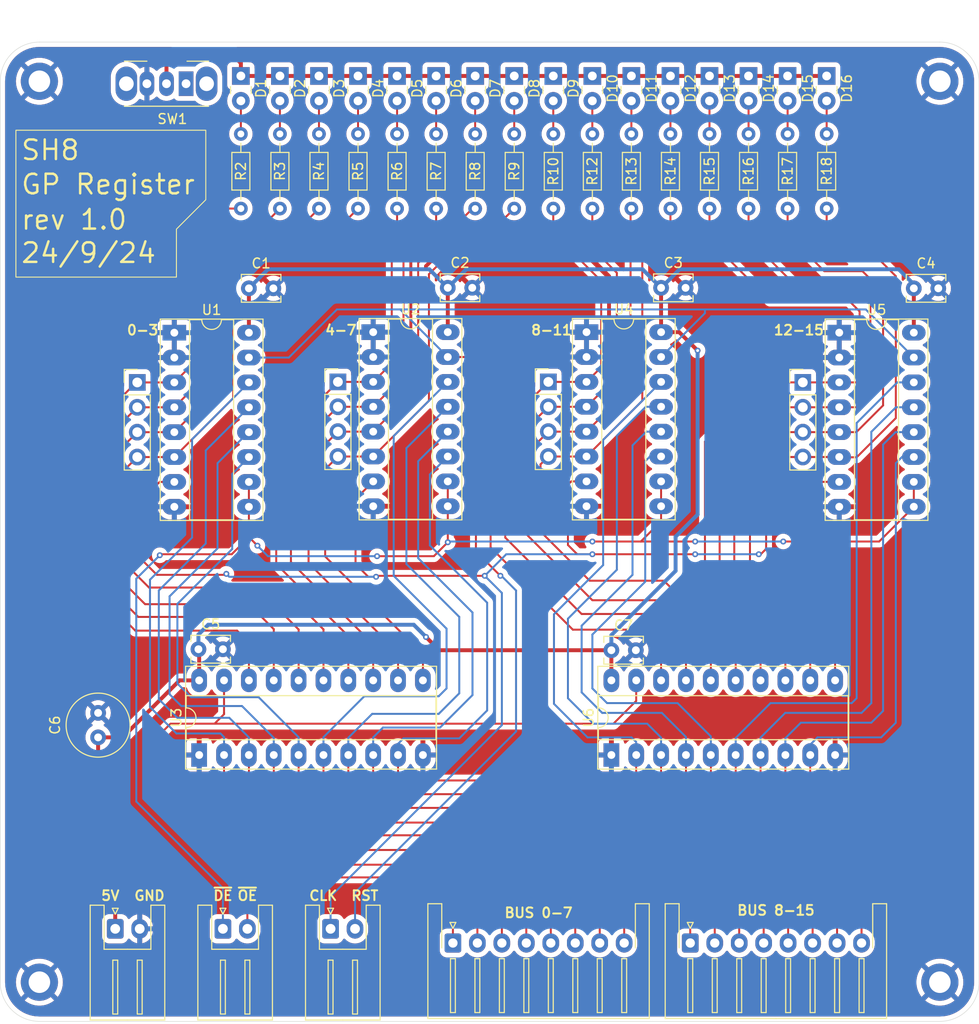
<source format=kicad_pcb>
(kicad_pcb (version 20240108) (generator "pcbnew") (generator_version "8.0")
  (layers (0 "F.Cu" signal) (31 "B.Cu" signal) (34 "B.Paste" user) (35 "F.Paste" user) (36 "B.SilkS" user "B.Silkscreen") (37 "F.SilkS" user "F.Silkscreen") (38 "B.Mask" user) (39 "F.Mask" user) (44 "Edge.Cuts" user))
  (net 0 "")
  (net 1 "+5V")
  (net 2 "GND")
  (net 3 "Net-(D1-A)")
  (net 4 "Net-(D2-A)")
  (net 5 "Net-(D3-A)")
  (net 6 "Net-(D4-A)")
  (net 7 "Net-(D5-A)")
  (net 8 "Net-(D6-A)")
  (net 9 "Net-(D7-A)")
  (net 10 "Net-(D8-A)")
  (net 11 "Net-(D9-A)")
  (net 12 "Net-(D10-A)")
  (net 13 "Net-(D11-A)")
  (net 14 "Net-(D12-A)")
  (net 15 "Net-(D13-A)")
  (net 16 "Net-(D14-A)")
  (net 17 "Net-(D15-A)")
  (net 18 "Net-(D16-A)")
  (net 19 "/OE_B")
  (net 20 "/DE_B")
  (net 21 "/CLK")
  (net 22 "/RST")
  (net 23 "/B5")
  (net 24 "/B0")
  (net 25 "/B6")
  (net 26 "/B7")
  (net 27 "/B2")
  (net 28 "/B1")
  (net 29 "/B3")
  (net 30 "/B4")
  (net 31 "/B12")
  (net 32 "/B11")
  (net 33 "/B15")
  (net 34 "/B8")
  (net 35 "/B14")
  (net 36 "/B9")
  (net 37 "/B13")
  (net 38 "/B10")
  (net 39 "/Y0")
  (net 40 "/Y1")
  (net 41 "/Y2")
  (net 42 "/Y3")
  (net 43 "/Y4")
  (net 44 "/Y5")
  (net 45 "/Y6")
  (net 46 "/Y7")
  (net 47 "/Y8")
  (net 48 "/Y9")
  (net 49 "/Y10")
  (net 50 "/Y11")
  (net 51 "/Y12")
  (net 52 "/Y13")
  (net 53 "/Y14")
  (net 54 "/Y15")
  (net 55 "Net-(D1-K)")
  (footprint "LED_THT:LED_Rectangular_W3.0mm_H2.0mm" (layer "F.Cu") (at 172.465 53.46 -90)
    (property "Reference" "D13")
    (property "Value" "LED" (hide yes))
  )
  (footprint "Resistor_THT:R_Axial_DIN0204_L3.6mm_D1.6mm_P7.62mm_Horizontal" (layer "F.Cu") (at 148.525 67 90)
    (property "Reference" "R8")
    (property "Value" "1k")
  )
  (footprint "Resistor_THT:R_Axial_DIN0204_L3.6mm_D1.6mm_P7.62mm_Horizontal" (layer "F.Cu") (at 140.545 67 90)
    (property "Reference" "R6")
    (property "Value" "1k")
  )
  (footprint "Capacitor_THT:C_Disc_D3.8mm_W2.6mm_P2.50mm" (layer "F.Cu") (at 193.34 75.145)
    (property "Reference" "C4")
    (property "Value" "10n")
  )
  (footprint "Connector_JST:JST_XH_S2B-XH-A_1x02_P2.50mm_Horizontal" (layer "F.Cu") (at 122.75 140.55)
    (property "Reference" "J2" (hide yes))
    (property "Value" "Conn_01x02_Pin" (hide yes))
  )
  (footprint "LED_THT:LED_Rectangular_W3.0mm_H2.0mm" (layer "F.Cu") (at 164.485 53.46 -90)
    (property "Reference" "D11")
    (property "Value" "LED" (hide yes))
  )
  (footprint "Capacitor_THT:C_Disc_D3.8mm_W2.6mm_P2.50mm" (layer "F.Cu") (at 125.405 75.145)
    (property "Reference" "C1")
    (property "Value" "10n")
  )
  (footprint "Resistor_THT:R_Axial_DIN0204_L3.6mm_D1.6mm_P7.62mm_Horizontal" (layer "F.Cu") (at 144.535 67 90)
    (property "Reference" "R7")
    (property "Value" "1k")
  )
  (footprint "Connector_PinHeader_2.54mm:PinHeader_1x04_P2.54mm_Vertical" (layer "F.Cu") (at 182 84.75)
    (property "Reference" "J9" (hide yes))
    (property "Value" "Conn_01x04_Pin" (hide yes))
  )
  (footprint "LED_THT:LED_Rectangular_W3.0mm_H2.0mm" (layer "F.Cu") (at 124.585 53.46 -90)
    (property "Reference" "D1")
    (property "Value" "LED" (hide yes))
  )
  (footprint "Connector_JST:JST_XH_S8B-XH-A-1_1x08_P2.50mm_Horizontal" (layer "F.Cu") (at 170.5 142)
    (property "Reference" "J5" (hide yes))
    (property "Value" "Conn_01x08_Pin" (hide yes))
  )
  (footprint "Package_DIP:DIP-20_W7.62mm_Socket_LongPads" (layer "F.Cu") (at 162.44 122.8 90)
    (property "Reference" "U6")
    (property "Value" "74LS245")
  )
  (footprint "Capacitor_THT:C_Disc_D3.8mm_W2.6mm_P2.50mm" (layer "F.Cu") (at 145.725 75.09)
    (property "Reference" "C2")
    (property "Value" "10n")
  )
  (footprint "LED_THT:LED_Rectangular_W3.0mm_H2.0mm" (layer "F.Cu") (at 156.505 53.46 -90)
    (property "Reference" "D9")
    (property "Value" "LED" (hide yes))
  )
  (footprint "Resistor_THT:R_Axial_DIN0204_L3.6mm_D1.6mm_P7.62mm_Horizontal" (layer "F.Cu") (at 136.555 67 90)
    (property "Reference" "R5")
    (property "Value" "1k")
  )
  (footprint "MountingHole:MountingHole_2.2mm_M2_DIN965_Pad" (layer "F.Cu") (at 196 146)
    (property "Reference" "H2" (hide yes))
    (property "Value" "MountingHole_Pad" (hide yes))
  )
  (footprint "LED_THT:LED_Rectangular_W3.0mm_H2.0mm" (layer "F.Cu") (at 132.565 53.46 -90)
    (property "Reference" "D3")
    (property "Value" "LED" (hide yes))
  )
  (footprint "Resistor_THT:R_Axial_DIN0204_L3.6mm_D1.6mm_P7.62mm_Horizontal" (layer "F.Cu") (at 176.455 67 90)
    (property "Reference" "R16")
    (property "Value" "1k")
  )
  (footprint "Resistor_THT:R_Axial_DIN0204_L3.6mm_D1.6mm_P7.62mm_Horizontal" (layer "F.Cu") (at 128.575 67 90)
    (property "Reference" "R3")
    (property "Value" "1k")
  )
  (footprint "LED_THT:LED_Rectangular_W3.0mm_H2.0mm" (layer "F.Cu") (at 180.445 53.46 -90)
    (property "Reference" "D15")
    (property "Value" "LED" (hide yes))
  )
  (footprint "Connector_JST:JST_XH_S2B-XH-A_1x02_P2.50mm_Horizontal" (layer "F.Cu") (at 111.75 140.55)
    (property "Reference" "J1" (hide yes))
    (property "Value" "Conn_01x02_Pin" (hide yes))
  )
  (footprint "Resistor_THT:R_Axial_DIN0204_L3.6mm_D1.6mm_P7.62mm_Horizontal" (layer "F.Cu") (at 160.495 67 90)
    (property "Reference" "R12")
    (property "Value" "1k")
  )
  (footprint "LED_THT:LED_Rectangular_W3.0mm_H2.0mm" (layer "F.Cu") (at 136.555 53.46 -90)
    (property "Reference" "D4")
    (property "Value" "LED" (hide yes))
  )
  (footprint "LED_THT:LED_Rectangular_W3.0mm_H2.0mm" (layer "F.Cu") (at 144.535 53.46 -90)
    (property "Reference" "D6")
    (property "Value" "LED" (hide yes))
  )
  (footprint "MountingHole:MountingHole_2.2mm_M2_DIN965_Pad" (layer "F.Cu") (at 104 54)
    (property "Reference" "H1" (hide yes))
    (property "Value" "MountingHole_Pad" (hide yes))
  )
  (footprint "Resistor_THT:R_Axial_DIN0204_L3.6mm_D1.6mm_P7.62mm_Horizontal" (layer "F.Cu") (at 156.505 67 90)
    (property "Reference" "R10")
    (property "Value" "1k")
  )
  (footprint "Connector_JST:JST_XH_S8B-XH-A-1_1x08_P2.50mm_Horizontal" (layer "F.Cu") (at 146.25 142)
    (property "Reference" "J4" (hide yes))
    (property "Value" "Conn_01x08_Pin" (hide yes))
  )
  (footprint "Package_DIP:DIP-16_W7.62mm_Socket_LongPads" (layer "F.Cu") (at 117.785 79.675)
    (property "Reference" "U1")
    (property "Value" "74LS173")
  )
  (footprint "Connector_PinHeader_2.54mm:PinHeader_1x04_P2.54mm_Vertical" (layer "F.Cu") (at 114 84.755)
    (property "Reference" "J6" (hide yes))
    (property "Value" "Conn_01x04_Pin" (hide yes))
  )
  (footprint "Resistor_THT:R_Axial_DIN0204_L3.6mm_D1.6mm_P7.62mm_Horizontal" (layer "F.Cu") (at 164.485 67 90)
    (property "Reference" "R13")
    (property "Value" "1k")
  )
  (footprint "Capacitor_THT:C_Radial_D6.3mm_H11.0mm_P2.50mm" (layer "F.Cu") (at 110 121 90)
    (property "Reference" "C6")
    (property "Value" "1uF")
  )
  (footprint "Package_DIP:DIP-16_W7.62mm_Socket_LongPads" (layer "F.Cu") (at 138.105 79.62)
    (property "Reference" "U2")
    (property "Value" "74LS173")
  )
  (footprint "LED_THT:LED_Rectangular_W3.0mm_H2.0mm" (layer "F.Cu") (at 148.525 53.46 -90)
    (property "Reference" "D7")
    (property "Value" "LED" (hide yes))
  )
  (footprint "LED_THT:LED_Rectangular_W3.0mm_H2.0mm" (layer "F.Cu") (at 184.435 53.46 -90)
    (property "Reference" "D16")
    (property "Value" "LED" (hide yes))
  )
  (footprint "Resistor_THT:R_Axial_DIN0204_L3.6mm_D1.6mm_P7.62mm_Horizontal" (layer "F.Cu") (at 172.465 67 90)
    (property "Reference" "R15")
    (property "Value" "1k")
  )
  (footprint "MountingHole:MountingHole_2.2mm_M2_DIN965_Pad" (layer "F.Cu") (at 196 54)
    (property "Reference" "H4" (hide yes))
    (property "Value" "MountingHole_Pad" (hide yes))
  )
  (footprint "Connector_PinHeader_2.54mm:PinHeader_1x04_P2.54mm_Vertical" (layer "F.Cu") (at 156 84.7)
    (property "Reference" "J8" (hide yes))
    (property "Value" "Conn_01x04_Pin" (hide yes))
  )
  (footprint "Package_DIP:DIP-16_W7.62mm_Socket_LongPads" (layer "F.Cu") (at 159.9 79.62)
    (property "Reference" "U4")
    (property "Value" "74LS173")
  )
  (footprint "LED_THT:LED_Rectangular_W3.0mm_H2.0mm" (layer "F.Cu") (at 152.515 53.46 -90)
    (property "Reference" "D8")
    (property "Value" "LED" (hide yes))
  )
  (footprint "Package_DIP:DIP-20_W7.62mm_Socket_LongPads" (layer "F.Cu") (at 120.325 122.8 90)
    (property "Reference" "U3")
    (property "Value" "74LS245")
  )
  (footprint "Capacitor_THT:C_Disc_D3.8mm_W2.6mm_P2.50mm" (layer "F.Cu") (at 167.52 75.095)
    (property "Reference" "C3")
    (property "Value" "10n")
  )
  (footprint "Resistor_THT:R_Axial_DIN0204_L3.6mm_D1.6mm_P7.62mm_Horizontal" (layer "F.Cu") (at 168.475 67 90)
    (property "Reference" "R14")
    (property "Value" "1k")
  )
  (footprint "Connector_JST:JST_XH_S2B-XH-A_1x02_P2.50mm_Horizontal" (layer "F.Cu") (at 133.75 140.55)
    (property "Reference" "J3" (hide yes))
    (property "Value" "Conn_01x02_Pin" (hide yes))
  )
  (footprint "LED_THT:LED_Rectangular_W3.0mm_H2.0mm" (layer "F.Cu") (at 176.455 53.46 -90)
    (property "Reference" "D14")
    (property "Value" "LED" (hide yes))
  )
  (footprint "LED_THT:LED_Rectangular_W3.0mm_H2.0mm" (layer "F.Cu") (at 128.575 53.46 -90)
    (property "Reference" "D2")
    (property "Value" "LED" (hide yes))
  )
  (footprint "Resistor_THT:R_Axial_DIN0204_L3.6mm_D1.6mm_P7.62mm_Horizontal" (layer "F.Cu") (at 184.435 66.995 90)
    (property "Reference" "R18")
    (property "Value" "1k")
  )
  (footprint "Capacitor_THT:C_Disc_D3.8mm_W2.6mm_P2.50mm" (layer "F.Cu") (at 120.25 112)
    (property "Reference" "C5")
    (property "Value" "10n")
  )
  (footprint "MountingHole:MountingHole_2.2mm_M2_DIN965_Pad" (layer "F.Cu") (at 104 146)
    (property "Reference" "H3" (hide yes))
    (property "Value" "MountingHole_Pad" (hide yes))
  )
  (footprint "LED_THT:LED_Rectangular_W3.0mm_H2.0mm" (layer "F.Cu") (at 140.545 53.46 -90)
    (property "Reference" "D5")
    (property "Value" "LED" (hide yes))
  )
  (footprint "LED_THT:LED_Rectangular_W3.0mm_H2.0mm" (layer "F.Cu") (at 160.495 53.46 -90)
    (property "Reference" "D10")
    (property "Value" "LED" (hide yes))
  )
  (footprint "Resistor_THT:R_Axial_DIN0204_L3.6mm_D1.6mm_P7.62mm_Horizontal" (layer "F.Cu") (at 152.515 67 90)
    (property "Reference" "R9")
    (property "Value" "1k")
  )
  (footprint "Connector_PinHeader_2.54mm:PinHeader_1x04_P2.54mm_Vertical" (layer "F.Cu") (at 134.5 84.7)
    (property "Reference" "J7" (hide yes))
    (property "Value" "Conn_01x04_Pin" (hide yes))
  )
  (footprint "LED_THT:LED_Rectangular_W3.0mm_H2.0mm" (layer "F.Cu") (at 168.475 53.46 -90)
    (property "Reference" "D12")
    (property "Value" "LED" (hide yes))
  )
  (footprint "Button_Switch_THT:SW_Slide_SPDT_Angled_CK_OS102011MA1Q" (layer "F.Cu") (at 118.985 54.25 180)
    (property "Reference" "SW1")
    (property "Value" "SW_SPDT")
  )
  (footprint "Resistor_THT:R_Axial_DIN0204_L3.6mm_D1.6mm_P7.62mm_Horizontal" (layer "F.Cu") (at 180.445 67 90)
    (property "Reference" "R17")
    (property "Value" "1k")
  )
  (footprint "Resistor_THT:R_Axial_DIN0204_L3.6mm_D1.6mm_P7.62mm_Horizontal" (layer "F.Cu") (at 124.585 67 90)
    (property "Reference" "R2")
    (property "Value" "1k")
  )
  (footprint "Capacitor_THT:C_Disc_D3.8mm_W2.6mm_P2.50mm" (layer "F.Cu") (at 162.44 112.1)
    (property "Reference" "C7")
    (property "Value" "10n")
  )
  (footprint "Resistor_THT:R_Axial_DIN0204_L3.6mm_D1.6mm_P7.62mm_Horizontal" (layer "F.Cu") (at 132.565 67 90)
    (property "Reference" "R4")
    (property "Value" "1k")
  )
  (footprint "Package_DIP:DIP-16_W7.62mm_Socket_LongPads" (layer "F.Cu") (at 185.72 79.67)
    (property "Reference" "U5")
    (property "Value" "74LS173")
  )
  (gr_poly (pts (xy 101.6 59) (xy 101.6 74) (xy 118 74) (xy 118 69.1) (xy 121 66.1) (xy 121 59)) (stroke (width 0.1)) (fill none) (layer "F.SilkS"))
  (gr_line (start 196 150) (end 104 150) (stroke (width 0.05)) (layer "Edge.Cuts"))
  (gr_arc (start 196 50) (mid 198.828427 51.171573) (end 200 54) (stroke (width 0.05)) (layer "Edge.Cuts"))
  (gr_line (start 200 54) (end 200 146) (stroke (width 0.05)) (layer "Edge.Cuts"))
  (gr_arc (start 200 146) (mid 198.828427 148.828427) (end 196 150) (stroke (width 0.05)) (layer "Edge.Cuts"))
  (gr_line (start 104 50) (end 196 50) (stroke (width 0.05)) (layer "Edge.Cuts"))
  (gr_arc (start 100 54) (mid 101.171573 51.171573) (end 104 50) (stroke (width 0.05)) (layer "Edge.Cuts"))
  (gr_arc (start 104 150) (mid 101.171573 148.828427) (end 100 146) (stroke (width 0.05)) (layer "Edge.Cuts"))
  (gr_line (start 100 146) (end 100 54) (stroke (width 0.05)) (layer "Edge.Cuts"))
  (gr_text "8-11" (at 158.5 80 0) (layer "F.SilkS") (effects (font (size 1 1) (thickness 0.2) (bold yes)) (justify right bottom)))
  (gr_text "rev 1.0" (at 102 69.3 0) (layer "F.SilkS") (effects (font (size 2 2) (thickness 0.25)) (justify left bottom)))
  (gr_text "12-15" (at 184.25 80 0) (layer "F.SilkS") (effects (font (size 1 1) (thickness 0.2) (bold yes)) (justify right bottom)))
  (gr_text "0-3" (at 116.25 80 0) (layer "F.SilkS") (effects (font (size 1 1) (thickness 0.2) (bold yes)) (justify right bottom)))
  (gr_text "CLK" (at 133 137.75 0) (layer "F.SilkS") (effects (font (size 1 1) (thickness 0.2) (bold yes)) (justify bottom)))
  (gr_text "~{DE}\n" (at 122.75 137.75 0) (layer "F.SilkS") (effects (font (size 1 1) (thickness 0.2) (bold yes)) (justify bottom)))
  (gr_text "~{OE}\n" (at 125.25 137.75 0) (layer "F.SilkS") (effects (font (size 1 1) (thickness 0.2) (bold yes)) (justify bottom)))
  (gr_text "4-7\n" (at 136.5 80 0) (layer "F.SilkS") (effects (font (size 1 1) (thickness 0.2) (bold yes)) (justify right bottom)))
  (gr_text "24/9/24" (at 102 72.7 0) (layer "F.SilkS") (effects (font (size 2 2) (thickness 0.25)) (justify left bottom)))
  (gr_text "5V\n" (at 111.25 137.75 0) (layer "F.SilkS") (effects (font (size 1 1) (thickness 0.2) (bold yes)) (justify bottom)))
  (gr_text "GND" (at 115.25 137.75 0) (layer "F.SilkS") (effects (font (size 1 1) (thickness 0.2) (bold yes)) (justify bottom)))
  (gr_text "SH8" (at 102 62.2 0) (layer "F.SilkS") (effects (font (size 2 2) (thickness 0.25)) (justify left bottom)))
  (gr_text "GP Register" (at 102 65.7 0) (layer "F.SilkS") (effects (font (size 2 2) (thickness 0.25)) (justify left bottom)))
  (gr_text "RST" (at 137.25 137.75 0) (layer "F.SilkS") (effects (font (size 1 1) (thickness 0.2) (bold yes)) (justify bottom)))
  (segment (start 145.725 79.62) (end 145.725 75.09) (width 0.4) (layer "F.Cu") (net 1))
  (segment (start 110 125) (end 110 121) (width 0.4) (layer "F.Cu") (net 1))
  (segment (start 111.75 140.55) (end 111.75 126.75) (width 0.4) (layer "F.Cu") (net 1))
  (segment (start 167.52 75.095) (end 167.52 79.62) (width 0.4) (layer "F.Cu") (net 1))
  (segment (start 120.325 115.18) (end 120.325 112.075) (width 0.4) (layer "F.Cu") (net 1))
  (segment (start 193.34 75.145) (end 193.34 79.67) (width 0.4) (layer "F.Cu") (net 1))
  (segment (start 112.5 121) (end 110 121) (width 0.4) (layer "F.Cu") (net 1))
  (segment (start 120.325 115.18) (end 118.32 115.18) (width 0.4) (layer "F.Cu") (net 1))
  (segment (start 143.5 110.75) (end 144.85 112.1) (width 0.4) (layer "F.Cu") (net 1))
  (segment (start 118.32 115.18) (end 112.5 121) (width 0.4) (layer "F.Cu") (net 1))
  (segment (start 111.75 126.75) (end 110 125) (width 0.4) (layer "F.Cu") (net 1))
  (segment (start 144.85 112.1) (end 162.44 112.1) (width 0.4) (layer "F.Cu") (net 1))
  (segment (start 125.405 75.145) (end 125.405 79.675) (width 0.4) (layer "F.Cu") (net 1))
  (segment (start 169.37 79.62) (end 167.52 79.62) (width 0.4) (layer "F.Cu") (net 1))
  (segment (start 171.25 81.5) (end 169.37 79.62) (width 0.4) (layer "F.Cu") (net 1))
  (segment (start 120.325 112.075) (end 120.25 112) (width 0.4) (layer "F.Cu") (net 1))
  (segment (start 162.44 115.18) (end 162.44 112.1) (width 0.4) (layer "F.Cu") (net 1))
  (via (at 143.5 110.75) (size 0.6) (drill 0.3) (layers "F.Cu" "B.Cu") (net 1))
  (via (at 171.25 81.5) (size 0.6) (drill 0.3) (layers "F.Cu" "B.Cu") (net 1))
  (segment (start 120.25 112) (end 120.25 110.5) (width 0.4) (layer "B.Cu") (net 1))
  (segment (start 193.34 74.74) (end 193.34 75.145) (width 0.4) (layer "B.Cu") (net 1))
  (segment (start 165.625 73.2) (end 167.52 75.095) (width 0.4) (layer "B.Cu") (net 1))
  (segment (start 127.35 73.2) (end 143.2 73.2) (width 0.4) (layer "B.Cu") (net 1))
  (segment (start 167.52 75.095) (end 169.415 73.2) (width 0.4) (layer "B.Cu") (net 1))
  (segment (start 191.8 73.2) (end 193.34 74.74) (width 0.4) (layer "B.Cu") (net 1))
  (segment (start 142.25 109.5) (end 143.5 110.75) (width 0.4) (layer "B.Cu") (net 1))
  (segment (start 143.835 73.2) (end 143.2 73.2) (width 0.4) (layer "B.Cu") (net 1))
  (segment (start 162.44 112.1) (end 162.44 110.56) (width 0.4) (layer "B.Cu") (net 1))
  (segment (start 145.725 75.09) (end 147.3575 73.4575) (width 0.4) (layer "B.Cu") (net 1))
  (segment (start 171.25 98.25) (end 171.25 81.5) (width 0.4) (layer "B.Cu") (net 1))
  (segment (start 121.25 109.5) (end 142.25 109.5) (width 0.4) (layer "B.Cu") (net 1))
  (segment (start 147.515 73.3) (end 147.3575 73.4575) (width 0.4) (layer "B.Cu") (net 1))
  (segment (start 169.415 73.2) (end 191.8 73.2) (width 0.4) (layer "B.Cu") (net 1))
  (segment (start 169 100.5) (end 171.25 98.25) (width 0.4) (layer "B.Cu") (net 1))
  (segment (start 169 104) (end 169 100.5) (width 0.4) (layer "B.Cu") (net 1))
  (segment (start 147.3575 73.4575) (end 147.615 73.2) (width 0.4) (layer "B.Cu") (net 1))
  (segment (start 120.25 110.5) (end 121.25 109.5) (width 0.4) (layer "B.Cu") (net 1))
  (segment (start 162.44 110.56) (end 169 104) (width 0.4) (layer "B.Cu") (net 1))
  (segment (start 147.615 73.2) (end 165.625 73.2) (width 0.4) (layer "B.Cu") (net 1))
  (segment (start 125.405 75.145) (end 127.35 73.2) (width 0.4) (layer "B.Cu") (net 1))
  (segment (start 145.725 75.09) (end 143.835 73.2) (width 0.4) (layer "B.Cu") (net 1))
  (segment (start 124.585 59.38) (end 124.585 56) (width 0.2) (layer "F.Cu") (net 3))
  (segment (start 128.575 59.38) (end 128.575 56) (width 0.2) (layer "F.Cu") (net 4))
  (segment (start 132.565 56) (end 132.565 59.38) (width 0.2) (layer "F.Cu") (net 5))
  (segment (start 136.555 59.38) (end 136.555 56) (width 0.2) (layer "F.Cu") (net 6))
  (segment (start 140.545 56) (end 140.545 59.38) (width 0.2) (layer "F.Cu") (net 7))
  (segment (start 144.535 59.38) (end 144.535 56) (width 0.2) (layer "F.Cu") (net 8))
  (segment (start 148.525 56) (end 148.525 59.38) (width 0.2) (layer "F.Cu") (net 9))
  (segment (start 152.515 56) (end 152.515 59.38) (width 0.2) (layer "F.Cu") (net 10))
  (segment (start 156.505 59.38) (end 156.505 56) (width 0.2) (layer "F.Cu") (net 11))
  (segment (start 160.495 56) (end 160.495 59.38) (width 0.2) (layer "F.Cu") (net 12))
  (segment (start 164.485 59.38) (end 164.485 56) (width 0.2) (layer "F.Cu") (net 13))
  (segment (start 168.475 56) (end 168.475 59.38) (width 0.2) (layer "F.Cu") (net 14))
  (segment (start 172.465 56) (end 172.465 59.38) (width 0.2) (layer "F.Cu") (net 15))
  (segment (start 176.455 59.38) (end 176.455 56) (width 0.2) (layer "F.Cu") (net 16))
  (segment (start 180.445 56) (end 180.445 59.38) (width 0.2) (layer "F.Cu") (net 17))
  (segment (start 184.435 59.375) (end 184.435 56) (width 0.2) (layer "F.Cu") (net 18))
  (segment (start 122.865 118.5) (end 122.865 115.18) (width 0.2) (layer "F.Cu") (net 19))
  (segment (start 121.9 119.6) (end 117.4 119.6) (width 0.2) (layer "F.Cu") (net 19))
  (segment (start 116.4 125) (end 125.25 133.85) (width 0.2) (layer "F.Cu") (net 19))
  (segment (start 117.4 119.6) (end 116.4 120.6) (width 0.2) (layer "F.Cu") (net 19))
  (segment (start 125.25 133.85) (end 125.25 140.55) (width 0.2) (layer "F.Cu") (net 19))
  (segment (start 116.4 120.6) (end 116.4 125) (width 0.2) (layer "F.Cu") (net 19))
  (segment (start 164.98 117.27) (end 162.65 119.6) (width 0.2) (layer "F.Cu") (net 19))
  (segment (start 122.865 118.635) (end 121.9 119.6) (width 0.2) (layer "F.Cu") (net 19))
  (segment (start 122.865 118.635) (end 122.865 118.5) (width 0.2) (layer "F.Cu") (net 19))
  (segment (start 164.98 115.18) (end 164.98 117.27) (width 0.2) (layer "F.Cu") (net 19))
  (segment (start 162.65 119.6) (end 121.9 119.6) (width 0.2) (layer "F.Cu") (net 19))
  (segment (start 126 101.15) (end 126 101.14) (width 0.2) (layer "F.Cu") (net 20))
  (segment (start 116.3 102.4) (end 116.4 102.3) (width 0.2) (layer "F.Cu") (net 20))
  (segment (start 167.52 94.86) (end 167.52 97.4) (width 0.2) (layer "F.Cu") (net 20))
  (segment (start 125.405 94.915) (end 125.405 97.455) (width 0.2) (layer "F.Cu") (net 20))
  (segment (start 160.5 101) (end 165.45 101) (width 0.2) (layer "F.Cu") (net 20))
  (segment (start 145.725 101.075) (end 145.725 101.05) (width 0.2) (layer "F.Cu") (net 20))
  (segment (start 123.65 102.3) (end 125.405 100.545) (width 0.2) (layer "F.Cu") (net 20))
  (segment (start 189.8 101) (end 193.34 97.46) (width 0.2) (layer "F.Cu") (net 20))
  (segment (start 145.725 97.4) (end 145.725 94.86) (width 0.2) (layer "F.Cu") (net 20))
  (segment (start 144.3 102.5) (end 145.725 101.075) (width 0.2) (layer "F.Cu") (net 20))
  (segment (start 171 101) (end 165.45 101) (width 0.2) (layer "F.Cu") (net 20))
  (segment (start 126.275 101.425) (end 126 101.15) (width 0.2) (layer "F.Cu") (net 20))
  (segment (start 193.34 94.91) (end 193.34 97.45) (width 0.2) (layer "F.Cu") (net 20))
  (segment (start 125.405 100.545) (end 125.405 97.455) (width 0.2) (layer "F.Cu") (net 20))
  (segment (start 165.45 101) (end 167.52 98.93) (width 0.2) (layer "F.Cu") (net 20))
  (segment (start 180 101) (end 189.8 101) (width 0.2) (layer "F.Cu") (net 20))
  (segment (start 138.5 102.5) (end 144.3 102.5) (width 0.2) (layer "F.Cu") (net 20))
  (segment (start 167.52 98.93) (end 167.52 97.4) (width 0.2) (layer "F.Cu") (net 20))
  (segment (start 193.34 97.46) (end 193.34 97.45) (width 0.2) (layer "F.Cu") (net 20))
  (segment (start 126 101.14) (end 125.405 100.545) (width 0.2) (layer "F.Cu") (net 20))
  (segment (start 145.725 101.05) (end 145.725 97.4) (width 0.2) (layer "F.Cu") (net 20))
  (segment (start 116.4 102.3) (end 123.65 102.3) (width 0.2) (layer "F.Cu") (net 20))
  (via (at 180 101) (size 0.6) (drill 0.3) (layers "F.Cu" "B.Cu") (net 20))
  (via (at 171 101) (size 0.6) (drill 0.3) (layers "F.Cu" "B.Cu") (net 20))
  (via (at 160.5 101) (size 0.6) (drill 0.3) (layers "F.Cu" "B.Cu") (net 20))
  (via (at 145.725 101.075) (size 0.6) (drill 0.3) (layers "F.Cu" "B.Cu") (net 20))
  (via (at 126.275 101.425) (size 0.6) (drill 0.3) (layers "F.Cu" "B.Cu") (net 20))
  (via (at 138.5 102.5) (size 0.6) (drill 0.3) (layers "F.Cu" "B.Cu") (net 20))
  (via (at 116.3 102.4) (size 0.6) (drill 0.3) (layers "F.Cu" "B.Cu") (net 20))
  (segment (start 122.75 136.4) (end 122.75 140.55) (width 0.2) (layer "B.Cu") (net 20))
  (segment (start 145.8 101) (end 160.5 101) (width 0.2) (layer "B.Cu") (net 20))
  (segment (start 145.725 101.075) (end 145.8 101) (width 0.2) (layer "B.Cu") (net 20))
  (segment (start 113.9 127.55) (end 122.75 136.4) (width 0.2) (layer "B.Cu") (net 20))
  (segment (start 180 101) (end 171 101) (width 0.2) (layer "B.Cu") (net 20))
  (segment (start 138.5 102.5) (end 127.35 102.5) (width 0.2) (layer "B.Cu") (net 20))
  (segment (start 116.3 102.4) (end 113.9 104.8) (width 0.2) (layer "B.Cu") (net 20))
  (segment (start 127.35 102.5) (end 126.275 101.425) (width 0.2) (layer "B.Cu") (net 20))
  (segment (start 113.9 104.8) (end 113.9 127.55) (width 0.2) (layer "B.Cu") (net 20))
  (segment (start 123 104.4) (end 116 104.4) (width 0.2) (layer "F.Cu") (net 21))
  (segment (start 160.5 102.3) (end 158.95 102.3) (width 0.2) (layer "F.Cu") (net 21))
  (segment (start 116 104.4) (end 114 102.4) (width 0.2) (layer "F.Cu") (net 21))
  (segment (start 123.1 104.3) (end 123 104.4) (width 0.2) (layer "F.Cu") (net 21))
  (segment (start 177.7 102.3) (end 177.5 102.3) (width 0.2) (layer "F.Cu") (net 21))
  (segment (start 138.5 104.5) (end 138.4 104.6) (width 0.2) (layer "F.Cu") (net 21))
  (segment (start 158 101.35) (end 158 95.2) (width 0.2) (layer "F.Cu") (net 21))
  (segment (start 114 102.4) (end 114 97.2) (width 0.2) (layer "F.Cu") (net 21))
  (segment (start 138.4 104.6) (end 137.6 104.6) (width 0.2) (layer "F.Cu") (net 21))
  (segment (start 158.95 102.3) (end 158 101.35) (width 0.2) (layer "F.Cu") (net 21))
  (segment (start 178.25 95.5) (end 178.25 101.75) (width 0.2) (layer "F.Cu") (net 21))
  (segment (start 136.3 96.665) (end 138.105 94.86) (width 0.2) (layer "F.Cu") (net 21))
  (segment (start 158.34 94.86) (end 159.9 94.86) (width 0.2) (layer "F.Cu") (net 21))
  (segment (start 178.25 101.75) (end 177.7 102.3) (width 0.2) (layer "F.Cu") (net 21))
  (segment (start 116.285 94.915) (end 117.785 94.915) (width 0.2) (layer "F.Cu") (net 21))
  (segment (start 178.84 94.91) (end 178.25 95.5) (width 0.2) (layer "F.Cu") (net 21))
  (segment (start 136.3 103.3) (end 136.3 96.665) (width 0.2) (layer "F.Cu") (net 21))
  (segment (start 158 95.2) (end 158.34 94.86) (width 0.2) (layer "F.Cu") (net 21))
  (segment (start 160.5 102.3) (end 171 102.3) (width 0.2) (layer "F.Cu") (net 21))
  (segment (start 114 97.2) (end 116.285 94.915) (width 0.2) (layer "F.Cu") (net 21))
  (segment (start 185.72 94.91) (end 178.84 94.91) (width 0.2) (layer "F.Cu") (net 21))
  (segment (start 149.5 104.5) (end 138.5 104.5) (width 0.2) (layer "F.Cu") (net 21))
  (segment (start 137.6 104.6) (end 136.3 103.3) (width 0.2) (layer "F.Cu") (net 21))
  (via (at 171 102.3) (size 0.6) (drill 0.3) (layers "F.Cu" "B.Cu") (net 21))
  (via (at 138.4 104.6) (size 0.6) (drill 0.3) (layers "F.Cu" "B.Cu") (net 21))
  (via (at 149.5 104.5) (size 0.6) (drill 0.3) (layers "F.Cu" "B.Cu") (net 21))
  (via (at 160.5 102.3) (size 0.6) (drill 0.3) (layers "F.Cu" "B.Cu") (net 21))
  (via (at 177.5 102.3) (size 0.6) (drill 0.3) (layers "F.Cu" "B.Cu") (net 21))
  (via (at 123.1 104.3) (size 0.6) (drill 0.3) (layers "F.Cu" "B.Cu") (net 21))
  (segment (start 171 102.3) (end 177.5 102.3) (width 0.2) (layer "B.Cu") (net 21))
  (segment (start 123.4 104.6) (end 138.4 104.6) (width 0.2) (layer "B.Cu") (net 21))
  (segment (start 160.5 102.3) (end 151.7 102.3) (width 0.2) (layer "B.Cu") (net 21))
  (segment (start 151.7 102.3) (end 149.5 104.5) (width 0.2) (layer "B.Cu") (net 21))
  (segment (start 149.5 104.5) (end 151.25 106.25) (width 0.2) (layer "B.Cu") (net 21))
  (segment (start 133.75 137.25) (end 133.75 140.55) (width 0.2) (layer "B.Cu") (net 21))
  (segment (start 151.25 119.75) (end 133.75 137.25) (width 0.2) (layer "B.Cu") (net 21))
  (segment (start 123.1 104.3) (end 123.4 104.6) (width 0.2) (layer "B.Cu") (net 21))
  (segment (start 151.25 106.25) (end 151.25 119.75) (width 0.2) (layer "B.Cu") (net 21))
  (segment (start 148.6 102) (end 148.6 82.9) (width 0.2) (layer "F.Cu") (net 22))
  (segment (start 151.1 104.5) (end 148.6 102) (width 0.2) (layer "F.Cu") (net 22))
  (segment (start 147.86 82.16) (end 145.725 82.16) (width 0.2) (layer "F.Cu") (net 22))
  (segment (start 148.6 82.9) (end 147.86 82.16) (width 0.2) (layer "F.Cu") (net 22))
  (via (at 151.1 104.5) (size 0.6) (drill 0.3) (layers "F.Cu" "B.Cu") (net 22))
  (segment (start 134.4 77.3) (end 140.8 77.3) (width 0.2) (layer "B.Cu") (net 22))
  (segment (start 152.7 120.4) (end 152.7 106) (width 0.2) (layer "B.Cu") (net 22))
  (segment (start 140.865 77.3) (end 145.725 82.16) (width 0.2) (layer "B.Cu") (net 22))
  (segment (start 152.7 106) (end 151.2 104.5) (width 0.2) (layer "B.Cu") (net 22))
  (segment (start 129.485 82.215) (end 134.4 77.3) (width 0.2) (layer "B.Cu") (net 22))
  (segment (start 125.405 82.215) (end 129.485 82.215) (width 0.2) (layer "B.Cu") (net 22))
  (segment (start 162.66 77.3) (end 172 77.3) (width 0.2) (layer "B.Cu") (net 22))
  (segment (start 188.43 77.3) (end 193.34 82.21) (width 0.2) (layer "B.Cu") (net 22))
  (segment (start 136.25 140.55) (end 136.25 136.85) (width 0.2) (layer "B.Cu") (net 22))
  (segment (start 151.2 104.5) (end 151.1 104.5) (width 0.2) (layer "B.Cu") (net 22))
  (segment (start 167.52 82.16) (end 172 77.68) (width 0.2) (layer "B.Cu") (net 22))
  (segment (start 172 77.68) (end 172 77.3) (width 0.2) (layer "B.Cu") (net 22))
  (segment (start 172 77.3) (end 188.43 77.3) (width 0.2) (layer "B.Cu") (net 22))
  (segment (start 136.25 136.85) (end 152.7 120.4) (width 0.2) (layer "B.Cu") (net 22))
  (segment (start 140.8 77.3) (end 162.66 77.3) (width 0.2) (layer "B.Cu") (net 22))
  (segment (start 140.8 77.3) (end 140.865 77.3) (width 0.2) (layer "B.Cu") (net 22))
  (segment (start 138.8 128.2) (end 150.9 128.2) (width 0.2) (layer "F.Cu") (net 23))
  (segment (start 150.9 128.2) (end 158.75 136.05) (width 0.2) (layer "F.Cu") (net 23))
  (segment (start 135.565 124.965) (end 138.8 128.2) (width 0.2) (layer "F.Cu") (net 23))
  (segment (start 135.565 122.8) (end 135.565 124.965) (width 0.2) (layer "F.Cu") (net 23))
  (segment (start 158.75 136.05) (end 158.75 142) (width 0.2) (layer "F.Cu") (net 23))
  (segment (start 135.565 121.035) (end 135.565 122.8) (width 0.2) (layer "B.Cu") (net 23))
  (segment (start 141.5 103.3) (end 146.9 108.7) (width 0.2) (layer "B.Cu") (net 23))
  (segment (start 144.8 118.6) (end 138 118.6) (width 0.2) (layer "B.Cu") (net 23))
  (segment (start 146.9 116.5) (end 144.8 118.6) (width 0.2) (layer "B.Cu") (net 23))
  (segment (start 145.725 87.24) (end 141.5 91.465) (width 0.2) (layer "B.Cu") (net 23))
  (segment (start 146.9 108.7) (end 146.9 116.5) (width 0.2) (layer "B.Cu") (net 23))
  (segment (start 138 118.6) (end 135.565 121.035) (width 0.2) (layer "B.Cu") (net 23))
  (segment (start 141.5 91.465) (end 141.5 103.3) (width 0.2) (layer "B.Cu") (net 23))
  (segment (start 146.25 137.45) (end 146.25 142) (width 0.2) (layer "F.Cu") (net 24))
  (segment (start 122.865 122.8) (end 122.865 124.965) (width 0.2) (layer "F.Cu") (net 24))
  (segment (start 133.2 135.3) (end 144.1 135.3) (width 0.2) (layer "F.Cu") (net 24))
  (segment (start 144.1 135.3) (end 146.25 137.45) (width 0.2) (layer "F.Cu") (net 24))
  (segment (start 122.865 124.965) (end 133.2 135.3) (width 0.2) (layer "F.Cu") (net 24))
  (segment (start 122.5 120.6) (end 118 120.6) (width 0.2) (layer "B.Cu") (net 24))
  (segment (start 119.6 90.56) (end 125.405 84.755) (width 0.2) (layer "B.Cu") (net 24))
  (segment (start 122.865 120.965) (end 122.5 120.6) (width 0.2) (layer "B.Cu") (net 24))
  (segment (start 122.865 122.8) (end 122.865 120.965) (width 0.2) (layer "B.Cu") (net 24))
  (segment (start 119.6 100.6) (end 119.6 90.56) (width 0.2) (layer "B.Cu") (net 24))
  (segment (start 115.3 117.9) (end 115.3 104.9) (width 0.2) (layer "B.Cu") (net 24))
  (segment (start 118 120.6) (end 115.3 117.9) (width 0.2) (layer "B.Cu") (net 24))
  (segment (start 115.3 104.9) (end 119.6 100.6) (width 0.2) (layer "B.Cu") (net 24))
  (segment (start 138.105 125.005) (end 139.9 126.8) (width 0.2) (layer "F.Cu") (net 25))
  (segment (start 138.105 122.8) (end 138.105 125.005) (width 0.2) (layer "F.Cu") (net 25))
  (segment (start 161.25 136.05) (end 161.25 142) (width 0.2) (layer "F.Cu") (net 25))
  (segment (start 139.9 126.8) (end 152 126.8) (width 0.2) (layer "F.Cu") (net 25))
  (segment (start 152 126.8) (end 161.25 136.05) (width 0.2) (layer "F.Cu") (net 25))
  (segment (start 142.7 102.7) (end 142.7 92.805) (width 0.2) (layer "B.Cu") (net 25))
  (segment (start 138.105 120.995) (end 139.1 120) (width 0.2) (layer "B.Cu") (net 25))
  (segment (start 148.25 116.681372) (end 148.25 108.25) (width 0.2) (layer "B.Cu") (net 25))
  (segment (start 144.931372 120) (end 148.25 116.681372) (width 0.2) (layer "B.Cu") (net 25))
  (segment (start 138.105 122.8) (end 138.105 120.995) (width 0.2) (layer "B.Cu") (net 25))
  (segment (start 148.25 108.25) (end 142.7 102.7) (width 0.2) (layer "B.Cu") (net 25))
  (segment (start 139.1 120) (end 144.931372 120) (width 0.2) (layer "B.Cu") (net 25))
  (segment (start 142.7 92.805) (end 145.725 89.78) (width 0.2) (layer "B.Cu") (net 25))
  (segment (start 141.5 125.4) (end 153.1 125.4) (width 0.2) (layer "F.Cu") (net 26))
  (segment (start 163.75 136.05) (end 163.75 142) (width 0.2) (layer "F.Cu") (net 26))
  (segment (start 153.1 125.4) (end 163.75 136.05) (width 0.2) (layer "F.Cu") (net 26))
  (segment (start 140.645 122.8) (end 140.645 124.545) (width 0.2) (layer "F.Cu") (net 26))
  (segment (start 140.645 124.545) (end 141.5 125.4) (width 0.2) (layer "F.Cu") (net 26))
  (segment (start 146.9 121.1) (end 141.2 121.1) (width 0.2) (layer "B.Cu") (net 26))
  (segment (start 143.9 101.4) (end 149.75 107.25) (width 0.2) (layer "B.Cu") (net 26))
  (segment (start 149.75 118.25) (end 146.9 121.1) (width 0.2) (layer "B.Cu") (net 26))
  (segment (start 143.9 94.145) (end 143.9 101.4) (width 0.2) (layer "B.Cu") (net 26))
  (segment (start 141.2 121.1) (end 140.645 121.655) (width 0.2) (layer "B.Cu") (net 26))
  (segment (start 145.725 92.32) (end 143.9 94.145) (width 0.2) (layer "B.Cu") (net 26))
  (segment (start 149.75 107.25) (end 149.75 118.25) (width 0.2) (layer "B.Cu") (net 26))
  (segment (start 140.645 121.655) (end 140.645 122.8) (width 0.2) (layer "B.Cu") (net 26))
  (segment (start 127.945 124.945) (end 135.5 132.5) (width 0.2) (layer "F.Cu") (net 27))
  (segment (start 127.945 122.8) (end 127.945 124.945) (width 0.2) (layer "F.Cu") (net 27))
  (segment (start 135.5 132.5) (end 147.7 132.5) (width 0.2) (layer "F.Cu") (net 27))
  (segment (start 151.25 136.05) (end 151.25 142) (width 0.2) (layer "F.Cu") (net 27))
  (segment (start 147.7 132.5) (end 151.25 136.05) (width 0.2) (layer "F.Cu") (net 27))
  (segment (start 127.945 121.045) (end 124.7 117.8) (width 0.2) (layer "B.Cu") (net 27))
  (segment (start 122.2 101.7) (end 122.2 93) (width 0.2) (layer "B.Cu") (net 27))
  (segment (start 117.3 106.6) (end 122.2 101.7) (width 0.2) (layer "B.Cu") (net 27))
  (segment (start 124.7 117.8) (end 118.5 117.8) (width 0.2) (layer "B.Cu") (net 27))
  (segment (start 122.2 93) (end 125.365 89.835) (width 0.2) (layer "B.Cu") (net 27))
  (segment (start 117.3 116.6) (end 117.3 106.6) (width 0.2) (layer "B.Cu") (net 27))
  (segment (start 118.5 117.8) (end 117.3 116.6) (width 0.2) (layer "B.Cu") (net 27))
  (segment (start 127.945 122.8) (end 127.945 121.045) (width 0.2) (layer "B.Cu") (net 27))
  (segment (start 125.365 89.835) (end 125.405 89.835) (width 0.2) (layer "B.Cu") (net 27))
  (segment (start 146.7 134) (end 148.75 136.05) (width 0.2) (layer "F.Cu") (net 28))
  (segment (start 134.4 134) (end 146.7 134) (width 0.2) (layer "F.Cu") (net 28))
  (segment (start 148.75 136.05) (end 148.75 142) (width 0.2) (layer "F.Cu") (net 28))
  (segment (start 125.405 122.8) (end 125.405 125.005) (width 0.2) (layer "F.Cu") (net 28))
  (segment (start 125.405 125.005) (end 134.4 134) (width 0.2) (layer "F.Cu") (net 28))
  (segment (start 121 91.7) (end 125.405 87.295) (width 0.2) (layer "B.Cu") (net 28))
  (segment (start 116.2 106) (end 121 101.2) (width 0.2) (layer "B.Cu") (net 28))
  (segment (start 125.405 121.005) (end 123.4 119) (width 0.2) (layer "B.Cu") (net 28))
  (segment (start 123.4 119) (end 118.1 119) (width 0.2) (layer "B.Cu") (net 28))
  (segment (start 118.1 119) (end 116.2 117.1) (width 0.2) (layer "B.Cu") (net 28))
  (segment (start 125.405 122.8) (end 125.405 121.005) (width 0.2) (layer "B.Cu") (net 28))
  (segment (start 121 101.2) (end 121 91.7) (width 0.2) (layer "B.Cu") (net 28))
  (segment (start 116.2 117.1) (end 116.2 106) (width 0.2) (layer "B.Cu") (net 28))
  (segment (start 148.7 131) (end 153.75 136.05) (width 0.2) (layer "F.Cu") (net 29))
  (segment (start 153.75 136.05) (end 153.75 142) (width 0.2) (layer "F.Cu") (net 29))
  (segment (start 136.5 131) (end 148.7 131) (width 0.2) (layer "F.Cu") (net 29))
  (segment (start 130.485 124.985) (end 136.5 131) (width 0.2) (layer "F.Cu") (net 29))
  (segment (start 130.485 122.8) (end 130.485 124.985) (width 0.2) (layer "F.Cu") (net 29))
  (segment (start 123.7 101.765686) (end 123.7 94.1) (width 0.2) (layer "B.Cu") (net 29))
  (segment (start 118.1 107.365686) (end 123.7 101.765686) (width 0.2) (layer "B.Cu") (net 29))
  (segment (start 126.4 116.9) (end 119.5 116.9) (width 0.2) (layer "B.Cu") (net 29))
  (segment (start 119.5 116.9) (end 118.1 115.5) (width 0.2) (layer "B.Cu") (net 29))
  (segment (start 123.7 94.1) (end 125.405 92.395) (width 0.2) (layer "B.Cu") (net 29))
  (segment (start 130.485 122.8) (end 130.485 120.985) (width 0.2) (layer "B.Cu") (net 29))
  (segment (start 125.405 92.395) (end 125.405 92.375) (width 0.2) (layer "B.Cu") (net 29))
  (segment (start 118.1 115.5) (end 118.1 107.365686) (width 0.2) (layer "B.Cu") (net 29))
  (segment (start 130.485 120.985) (end 126.4 116.9) (width 0.2) (layer "B.Cu") (net 29))
  (segment (start 133.025 122.8) (end 133.025 125.025) (width 0.2) (layer "F.Cu") (net 30))
  (segment (start 149.95 129.7) (end 156.25 136) (width 0.2) (layer "F.Cu") (net 30))
  (segment (start 133.025 125.025) (end 137.7 129.7) (width 0.2) (layer "F.Cu") (net 30))
  (segment (start 137.7 129.7) (end 149.95 129.7) (width 0.2) (layer "F.Cu") (net 30))
  (segment (start 156.25 136) (end 156.25 142) (width 0.2) (layer "F.Cu") (net 30))
  (segment (start 140.2 90.225) (end 145.725 84.7) (width 0.2) (layer "B.Cu") (net 30))
  (segment (start 144.8 116.8) (end 145.6 116) (width 0.2) (layer "B.Cu") (net 30))
  (segment (start 137.2 116.8) (end 144.8 116.8) (width 0.2) (layer "B.Cu") (net 30))
  (segment (start 145.6 116) (end 145.6 109.9) (width 0.2) (layer "B.Cu") (net 30))
  (segment (start 140.2 104.5) (end 140.2 90.225) (width 0.2) (layer "B.Cu") (net 30))
  (segment (start 133.025 122.8) (end 133.025 120.975) (width 0.2) (layer "B.Cu") (net 30))
  (segment (start 133.025 120.975) (end 137.2 116.8) (width 0.2) (layer "B.Cu") (net 30))
  (segment (start 145.6 109.9) (end 140.2 104.5) (width 0.2) (layer "B.Cu") (net 30))
  (segment (start 180.485 141.985) (end 180.5 142) (width 0.2) (layer "F.Cu") (net 31))
  (segment (start 180.5 136.4) (end 180.5 142) (width 0.2) (layer "F.Cu") (net 31))
  (segment (start 175.14 122.8) (end 175.14 131.04) (width 0.2) (layer "F.Cu") (net 31))
  (segment (start 175.14 131.04) (end 180.5 136.4) (width 0.2) (layer "F.Cu") (net 31))
  (segment (start 191.65 84.75) (end 187.5 88.9) (width 0.2) (layer "B.Cu") (net 31))
  (segment (start 187 117.5) (end 178.7 117.5) (width 0.2) (layer "B.Cu") (net 31))
  (segment (start 175.14 121.06) (end 175.14 122.8) (width 0.2) (layer "B.Cu") (net 31))
  (segment (start 187.5 117) (end 187 117.5) (width 0.2) (layer "B.Cu") (net 31))
  (segment (start 193.34 84.75) (end 191.65 84.75) (width 0.2) (layer "B.Cu") (net 31))
  (segment (start 187.5 88.9) (end 187.5 117) (width 0.2) (layer "B.Cu") (net 31))
  (segment (start 178.7 117.5) (end 175.14 121.06) (width 0.2) (layer "B.Cu") (net 31))
  (segment (start 172.6 122.8) (end 172.6 131) (width 0.2) (layer "F.Cu") (net 32))
  (segment (start 172.655 122.855) (end 172.6 122.8) (width 0.2) (layer "F.Cu") (net 32))
  (segment (start 178 136.4) (end 178 142) (width 0.2) (layer "F.Cu") (net 32))
  (segment (start 172.6 131) (end 178 136.4) (width 0.2) (layer "F.Cu") (net 32))
  (segment (start 160.5 116) (end 162 117.5) (width 0.2) (layer "B.Cu") (net 32))
  (segment (start 165.9 92.8) (end 165.9 105.1) (width 0.2) (layer "B.Cu") (net 32))
  (segment (start 165.9 105.1) (end 160.5 110.5) (width 0.2) (layer "B.Cu") (net 32))
  (segment (start 162 117.5) (end 169.2 117.5) (width 0.2) (layer "B.Cu") (net 32))
  (segment (start 166.38 92.32) (end 165.9 92.8) (width 0.2) (layer "B.Cu") (net 32))
  (segment (start 160.5 110.5) (end 160.5 116) (width 0.2) (layer "B.Cu") (net 32))
  (segment (start 169.2 117.5) (end 172.6 120.9) (width 0.2) (layer "B.Cu") (net 32))
  (segment (start 172.6 120.9) (end 172.6 122.8) (width 0.2) (layer "B.Cu") (net 32))
  (segment (start 167.52 92.32) (end 166.38 92.32) (width 0.2) (layer "B.Cu") (net 32))
  (segment (start 182.76 131.06) (end 188 136.3) (width 0.2) (layer "F.Cu") (net 33))
  (segment (start 182.76 122.8) (end 182.76 131.06) (width 0.2) (layer "F.Cu") (net 33))
  (segment (start 188 136.3) (end 188 142) (width 0.2) (layer "F.Cu") (net 33))
  (segment (start 182.655 122.905) (end 182.76 122.8) (width 0.2) (layer "F.Cu") (net 33))
  (segment (start 183.5 121) (end 182.76 121.74) (width 0.2) (layer "B.Cu") (net 33))
  (segment (start 193.34 92.37) (end 192.13 92.37) (width 0.2) (layer "B.Cu") (net 33))
  (segment (start 192.13 92.37) (end 191.5 93) (width 0.2) (layer "B.Cu") (net 33))
  (segment (start 182.76 121.74) (end 182.76 122.8) (width 0.2) (layer "B.Cu") (net 33))
  (segment (start 191.5 93) (end 191.5 119.5) (width 0.2) (layer "B.Cu") (net 33))
  (segment (start 191.5 119.5) (end 190 121) (width 0.2) (layer "B.Cu") (net 33))
  (segment (start 190 121) (end 183.5 121) (width 0.2) (layer "B.Cu") (net 33))
  (segment (start 164.98 130.98) (end 170.5 136.5) (width 0.2) (layer "F.Cu") (net 34))
  (segment (start 170.325 141.825) (end 170.5 142) (width 0.2) (layer "F.Cu") (net 34))
  (segment (start 164.98 122.8) (end 164.98 130.98) (width 0.2) (layer "F.Cu") (net 34))
  (segment (start 170.5 136.5) (end 170.5 142) (width 0.2) (layer "F.Cu") (net 34))
  (segment (start 160 121) (end 156.575 117.575) (width 0.2) (layer "B.Cu") (net 34))
  (segment (start 156.575 108.425) (end 161.6 103.4) (width 0.2) (layer "B.Cu") (net 34))
  (segment (start 164.98 121.48) (end 164.5 121) (width 0.2) (layer "B.Cu") (net 34))
  (segment (start 164.98 122.8) (end 164.98 121.48) (width 0.2) (layer "B.Cu") (net 34))
  (segment (start 161.6 90.62) (end 167.52 84.7) (width 0.2) (layer "B.Cu") (net 34))
  (segment (start 161.6 103.4) (end 161.6 90.62) (width 0.2) (layer "B.Cu") (net 34))
  (segment (start 164.5 121) (end 160 121) (width 0.2) (layer "B.Cu") (net 34))
  (segment (start 156.575 117.575) (end 156.575 108.425) (width 0.2) (layer "B.Cu") (net 34))
  (segment (start 180.22 131.02) (end 185.5 136.3) (width 0.2) (layer "F.Cu") (net 35))
  (segment (start 185.5 136.3) (end 185.5 142) (width 0.2) (layer "F.Cu") (net 35))
  (segment (start 180.22 122.8) (end 180.22 131.02) (width 0.2) (layer "F.Cu") (net 35))
  (segment (start 185.565 141.935) (end 185.5 142) (width 0.2) (layer "F.Cu") (net 35))
  (segment (start 190.2 91.1) (end 190.2 118.3) (width 0.2) (layer "B.Cu") (net 35))
  (segment (start 180.22 121.08) (end 180.22 122.8) (width 0.2) (layer "B.Cu") (net 35))
  (segment (start 193.34 89.83) (end 191.47 89.83) (width 0.2) (layer "B.Cu") (net 35))
  (segment (start 190.2 118.3) (end 189 119.5) (width 0.2) (layer "B.Cu") (net 35))
  (segment (start 191.47 89.83) (end 190.2 91.1) (width 0.2) (layer "B.Cu") (net 35))
  (segment (start 181.8 119.5) (end 180.22 121.08) (width 0.2) (layer "B.Cu") (net 35))
  (segment (start 189 119.5) (end 181.8 119.5) (width 0.2) (layer "B.Cu") (net 35))
  (segment (start 167.655 122.935) (end 167.52 122.8) (width 0.2) (layer "F.Cu") (net 36))
  (segment (start 167.52 122.8) (end 167.52 131.02) (width 0.2) (layer "F.Cu") (net 36))
  (segment (start 173 136.5) (end 173 142) (width 0.2) (layer "F.Cu") (net 36))
  (segment (start 167.52 131.02) (end 173 136.5) (width 0.2) (layer "F.Cu") (net 36))
  (segment (start 160.6 119.6) (end 166.1 119.6) (width 0.2) (layer "B.Cu") (net 36))
  (segment (start 166.1 119.6) (end 167.52 121.02) (width 0.2) (layer "B.Cu") (net 36))
  (segment (start 167.52 121.02) (end 167.52 122.8) (width 0.2) (layer "B.Cu") (net 36))
  (segment (start 158 108.884314) (end 158 117) (width 0.2) (layer "B.Cu") (net 36))
  (segment (start 163 90.2) (end 163 103.884314) (width 0.2) (layer "B.Cu") (net 36))
  (segment (start 167.52 87.24) (end 165.96 87.24) (width 0.2) (layer "B.Cu") (net 36))
  (segment (start 158 117) (end 160.6 119.6) (width 0.2) (layer "B.Cu") (net 36))
  (segment (start 165.96 87.24) (end 163 90.2) (width 0.2) (layer "B.Cu") (net 36))
  (segment (start 163 103.884314) (end 158 108.884314) (width 0.2) (layer "B.Cu") (net 36))
  (segment (start 183 136.3) (end 183 142) (width 0.2) (layer "F.Cu") (net 37))
  (segment (start 177.655 122.825) (end 177.68 122.8) (width 0.2) (layer "F.Cu") (net 37))
  (segment (start 177.68 122.8) (end 177.68 130.98) (width 0.2) (layer "F.Cu") (net 37))
  (segment (start 177.68 130.98) (end 183 136.3) (width 0.2) (layer "F.Cu") (net 37))
  (segment (start 177.68 121.02) (end 177.68 122.8) (width 0.2) (layer "B.Cu") (net 37))
  (segment (start 193.34 87.29) (end 191.51 87.29) (width 0.2) (layer "B.Cu") (net 37))
  (segment (start 189 117.5) (end 188 118.5) (width 0.2) (layer "B.Cu") (net 37))
  (segment (start 191.51 87.29) (end 189 89.8) (width 0.2) (layer "B.Cu") (net 37))
  (segment (start 180.2 118.5) (end 177.68 121.02) (width 0.2) (layer "B.Cu") (net 37))
  (segment (start 188 118.5) (end 180.2 118.5) (width 0.2) (layer "B.Cu") (net 37))
  (segment (start 189 89.8) (end 189 117.5) (width 0.2) (layer "B.Cu") (net 37))
  (segment (start 170.06 131.16) (end 175.5 136.6) (width 0.2) (layer "F.Cu") (net 38))
  (segment (start 175.405 141.905) (end 175.5 142) (width 0.2) (layer "F.Cu") (net 38))
  (segment (start 170.06 122.8) (end 170.06 131.16) (width 0.2) (layer "F.Cu") (net 38))
  (segment (start 175.5 136.6) (end 175.5 142) (width 0.2) (layer "F.Cu") (net 38))
  (segment (start 164.6 91.182843) (end 166.002843 89.78) (width 0.2) (layer "B.Cu") (net 38))
  (segment (start 164.6 104.4) (end 164.6 91.182843) (width 0.2) (layer "B.Cu") (net 38))
  (segment (start 161.5 118.5) (end 159.4 116.4) (width 0.2) (layer "B.Cu") (net 38))
  (segment (start 159.4 109.6) (end 164.6 104.4) (width 0.2) (layer "B.Cu") (net 38))
  (segment (start 167.6 118.5) (end 161.5 118.5) (width 0.2) (layer "B.Cu") (net 38))
  (segment (start 166.002843 89.78) (end 167.52 89.78) (width 0.2) (layer "B.Cu") (net 38))
  (segment (start 159.4 116.4) (end 159.4 109.6) (width 0.2) (layer "B.Cu") (net 38))
  (segment (start 170.06 120.96) (end 167.6 118.5) (width 0.2) (layer "B.Cu") (net 38))
  (segment (start 170.06 122.8) (end 170.06 120.96) (width 0.2) (layer "B.Cu") (net 38))
  (segment (start 113.895 84.755) (end 108.9 89.75) (width 0.2) (layer "F.Cu") (net 39))
  (segment (start 125.405 111.305) (end 124.2 110.1) (width 0.2) (layer "F.Cu") (net 39))
  (segment (start 124.2 110.1) (end 113.8 110.1) (width 0.2) (layer "F.Cu") (net 39))
  (segment (start 117.785 84.755) (end 114 84.755) (width 0.2) (layer "F.Cu") (net 39))
  (segment (start 108.9 105.2) (end 108.9 89.75) (width 0.2) (layer "F.Cu") (net 39))
  (segment (start 117.785 84.755) (end 120 82.54) (width 0.2) (layer "F.Cu") (net 39))
  (segment (start 125.405 115.18) (end 125.405 111.305) (width 0.2) (layer "F.Cu") (net 39))
  (segment (start 113.8 110.1) (end 108.9 105.2) (width 0.2) (layer "F.Cu") (net 39))
  (segment (start 120 69.25) (end 122.25 67) (width 0.2) (layer "F.Cu") (net 39))
  (segment (start 114 84.755) (end 113.895 84.755) (width 0.2) (layer "F.Cu") (net 39))
  (segment (start 122.25 67) (end 124.585 67) (width 0.2) (layer "F.Cu") (net 39))
  (segment (start 120 82.54) (end 120 69.25) (width 0.2) (layer "F.Cu") (net 39))
  (segment (start 110 91.295) (end 110 91.75) (width 0.2) (layer "F.Cu") (net 40))
  (segment (start 121.1 83.98) (end 121.1 71.15) (width 0.2) (layer "F.Cu") (net 40))
  (segment (start 114.1 108.7) (end 110 104.6) (width 0.2) (layer "F.Cu") (net 40))
  (segment (start 126.7 108.7) (end 114.1 108.7) (width 0.2) (layer "F.Cu") (net 40))
  (segment (start 127.945 109.945) (end 126.7 108.7) (width 0.2) (layer "F.Cu") (net 40))
  (segment (start 121.1 71.15) (end 123.5 68.75) (width 0.2) (layer "F.Cu") (net 40))
  (segment (start 117.785 87.295) (end 121.1 83.98) (width 0.2) (layer "F.Cu") (net 40))
  (segment (start 114 87.295) (end 110 91.295) (width 0.2) (layer "F.Cu") (net 40))
  (segment (start 123.5 68.75) (end 126.825 68.75) (width 0.2) (layer "F.Cu") (net 40))
  (segment (start 114 87.295) (end 117.785 87.295) (width 0.2) (layer "F.Cu") (net 40))
  (segment (start 127.945 115.18) (end 127.945 109.945) (width 0.2) (layer "F.Cu") (net 40))
  (segment (start 126.825 68.75) (end 128.575 67) (width 0.2) (layer "F.Cu") (net 40))
  (segment (start 110 104.6) (end 110 91.75) (width 0.2) (layer "F.Cu") (net 40))
  (segment (start 127.9 107.4) (end 130.485 109.985) (width 0.2) (layer "F.Cu") (net 41))
  (segment (start 117.785 89.835) (end 114 89.835) (width 0.2) (layer "F.Cu") (net 41))
  (segment (start 114.8 107.4) (end 127.9 107.4) (width 0.2) (layer "F.Cu") (net 41))
  (segment (start 117.785 89.835) (end 122.4 85.22) (width 0.2) (layer "F.Cu") (net 41))
  (segment (start 122.4 85.22) (end 122.4 72.6) (width 0.2) (layer "F.Cu") (net 41))
  (segment (start 129.665 69.9) (end 132.565 67) (width 0.2) (layer "F.Cu") (net 41))
  (segment (start 111.4 104) (end 114.8 107.4) (width 0.2) (layer "F.Cu") (net 41))
  (segment (start 122.4 72.6) (end 125.1 69.9) (width 0.2) (layer "F.Cu") (net 41))
  (segment (start 125.1 69.9) (end 129.665 69.9) (width 0.2) (layer "F.Cu") (net 41))
  (segment (start 114 89.835) (end 111.4 92.435) (width 0.2) (layer "F.Cu") (net 41))
  (segment (start 130.485 109.985) (end 130.485 115.18) (width 0.2) (layer "F.Cu") (net 41))
  (segment (start 111.4 92.435) (end 111.4 104) (width 0.2) (layer "F.Cu") (net 41))
  (segment (start 123.8 73.2) (end 125.25 71.75) (width 0.2) (layer "F.Cu") (net 42))
  (segment (start 112.6 93.775) (end 114 92.375) (width 0.2) (layer "F.Cu") (net 42))
  (segment (start 117.785 92.375) (end 123.8 86.36) (width 0.2) (layer "F.Cu") (net 42))
  (segment (start 112.6 103.1) (end 112.6 93.775) (width 0.2) (layer "F.Cu") (net 42))
  (segment (start 128.75 105.7) (end 115.2 105.7) (width 0.2) (layer "F.Cu") (net 42))
  (segment (start 133.025 115.18) (end 133.025 109.975) (width 0.2) (layer "F.Cu") (net 42))
  (segment (start 115.2 105.7) (end 112.6 103.1) (width 0.2) (layer "F.Cu") (net 42))
  (segment (start 123.8 86.36) (end 123.8 73.2) (width 0.2) (layer "F.Cu") (net 42))
  (segment (start 114 92.375) (end 117.785 92.375) (width 0.2) (layer "F.Cu") (net 42))
  (segment (start 131.805 71.75) (end 136.555 67) (width 0.2) (layer "F.Cu") (net 42))
  (segment (start 133.025 109.975) (end 128.75 105.7) (width 0.2) (layer "F.Cu") (net 42))
  (segment (start 125.25 71.75) (end 131.805 71.75) (width 0.2) (layer "F.Cu") (net 42))
  (segment (start 140 70.5) (end 140.545 69.955) (width 0.2) (layer "F.Cu") (net 43))
  (segment (start 138.105 84.7) (end 134.5 84.7) (width 0.2) (layer "F.Cu") (net 43))
  (segment (start 140 82.805) (end 140 70.5) (width 0.2) (layer "F.Cu") (net 43))
  (segment (start 128.2 91) (end 134.5 84.7) (width 0.2) (layer "F.Cu") (net 43))
  (segment (start 140.545 69.955) (end 140.545 67) (width 0.2) (layer "F.Cu") (net 43))
  (segment (start 135.565 110.665) (end 128.2 103.3) (width 0.2) (layer "F.Cu") (net 43))
  (segment (start 128.2 103.3) (end 128.2 91) (width 0.2) (layer "F.Cu") (net 43))
  (segment (start 138.105 84.7) (end 140 82.805) (width 0.2) (layer "F.Cu") (net 43))
  (segment (start 135.565 115.18) (end 135.565 110.665) (width 0.2) (layer "F.Cu") (net 43))
  (segment (start 129.7 92.04) (end 129.7 103.1) (width 0.2) (layer "F.Cu") (net 44))
  (segment (start 134.5 87.24) (end 129.7 92.04) (width 0.2) (layer "F.Cu") (net 44))
  (segment (start 144.535 68.465) (end 144.535 67) (width 0.2) (layer "F.Cu") (net 44))
  (segment (start 138.105 87.24) (end 141.2 84.145) (width 0.2) (layer "F.Cu") (net 44))
  (segment (start 138.105 111.505) (end 138.105 115.18) (width 0.2) (layer "F.Cu") (net 44))
  (segment (start 141.2 71.8) (end 144.535 68.465) (width 0.2) (layer "F.Cu") (net 44))
  (segment (start 141.2 84.145) (end 141.2 71.8) (width 0.2) (layer "F.Cu") (net 44))
  (segment (start 129.7 103.1) (end 138.105 111.505) (width 0.2) (layer "F.Cu") (net 44))
  (segment (start 134.5 87.24) (end 138.105 87.24) (width 0.2) (layer "F.Cu") (net 44))
  (segment (start 131.5 92.78) (end 134.5 89.78) (width 0.2) (layer "F.Cu") (net 45))
  (segment (start 140.645 115.18) (end 140.645 112.345) (width 0.2) (layer "F.Cu") (net 45))
  (segment (start 138.105 89.78) (end 134.5 89.78) (width 0.2) (layer "F.Cu") (net 45))
  (segment (start 142.7 72.55) (end 148.25 67) (width 0.2) (layer "F.Cu") (net 45))
  (segment (start 140.645 112.345) (end 131.5 103.2) (width 0.2) (layer "F.Cu") (net 45))
  (segment (start 131.5 103.2) (end 131.5 92.78) (width 0.2) (layer "F.Cu") (net 45))
  (segment (start 148.25 67) (end 148.525 67) (width 0.2) (layer "F.Cu") (net 45))
  (segment (start 138.105 89.78) (end 142.7 85.185) (width 0.2) (layer "F.Cu") (net 45))
  (segment (start 142.7 85.185) (end 142.7 72.55) (width 0.2) (layer "F.Cu") (net 45))
  (segment (start 143.185 115.18) (end 143.185 112.515) (width 0.2) (layer "F.Cu") (net 46))
  (segment (start 148.515 71) (end 152.515 67) (width 0.2) (layer "F.Cu") (net 46))
  (segment (start 143.8 73.7) (end 146.5 71) (width 0.2) (layer "F.Cu") (net 46))
  (segment (start 133.2 93.62) (end 134.5 92.32) (width 0.2) (layer "F.Cu") (net 46))
  (segment (start 146.5 71) (end 148.515 71) (width 0.2) (layer "F.Cu") (net 46))
  (segment (start 134.5 92.32) (end 138.105 92.32) (width 0.2) (layer "F.Cu") (net 46))
  (segment (start 143.185 112.515) (end 133.2 102.53) (width 0.2) (layer "F.Cu") (net 46))
  (segment (start 143.8 86.625) (end 143.8 73.7) (width 0.2) (layer "F.Cu") (net 46))
  (segment (start 138.105 92.32) (end 143.8 86.625) (width 0.2) (layer "F.Cu") (net 46))
  (segment (start 133.2 102.53) (end 133.2 93.62) (width 0.2) (layer "F.Cu") (net 46))
  (segment (start 167.52 111.065) (end 166.455 110) (width 0.2) (layer "F.Cu") (net 47))
  (segment (start 167.52 115.18) (end 167.52 111.065) (width 0.2) (layer "F.Cu") (net 47))
  (segment (start 158.5 110) (end 150.1 101.6) (width 0.2) (layer "F.Cu") (net 47))
  (segment (start 156.505 69.505) (end 156.505 67) (width 0.2) (layer "F.Cu") (net 47))
  (segment (start 150.1 101.6) (end 150.1 90.6) (width 0.2) (layer "F.Cu") (net 47))
  (segment (start 166.455 110) (end 158.5 110) (width 0.2) (layer "F.Cu") (net 47))
  (segment (start 156 84.7) (end 159.9 84.7) (width 0.2) (layer "F.Cu") (net 47))
  (segment (start 150.1 90.6) (end 156 84.7) (width 0.2) (layer "F.Cu") (net 47))
  (segment (start 159.9 84.7) (end 161.4 83.2) (width 0.2) (layer "F.Cu") (net 47))
  (segment (start 161.4 74.4) (end 156.505 69.505) (width 0.2) (layer "F.Cu") (net 47))
  (segment (start 161.4 83.2) (end 161.4 74.4) (width 0.2) (layer "F.Cu") (net 47))
  (segment (start 160.485 67.01) (end 160.495 67) (width 0.2) (layer "F.Cu") (net 48))
  (segment (start 159.9 87.24) (end 156 87.24) (width 0.2) (layer "F.Cu") (net 48))
  (segment (start 170.06 111.56) (end 166.9 108.4) (width 0.2) (layer "F.Cu") (net 48))
  (segment (start 170.06 115.18) (end 170.06 111.56) (width 0.2) (layer "F.Cu") (net 48))
  (segment (start 151.6 91.64) (end 156 87.24) (width 0.2) (layer "F.Cu") (net 48))
  (segment (start 159.9 87.24) (end 163 84.14) (width 0.2) (layer "F.Cu") (net 48))
  (segment (start 151.6 100.6) (end 151.6 91.64) (width 0.2) (layer "F.Cu") (net 48))
  (segment (start 160.495 71.060686) (end 160.495 67) (width 0.2) (layer "F.Cu") (net 48))
  (segment (start 166.9 108.4) (end 159.4 108.4) (width 0.2) (layer "F.Cu") (net 48))
  (segment (start 163 73.565686) (end 160.495 71.060686) (width 0.2) (layer "F.Cu") (net 48))
  (segment (start 163 84.14) (end 163 73.565686) (width 0.2) (layer "F.Cu") (net 48))
  (segment (start 159.4 108.4) (end 151.6 100.6) (width 0.2) (layer "F.Cu") (net 48))
  (segment (start 153.5 92.28) (end 156 89.78) (width 0.2) (layer "F.Cu") (net 49))
  (segment (start 156 89.78) (end 159.9 89.78) (width 0.2) (layer "F.Cu") (net 49))
  (segment (start 164.4 85.28) (end 164.4 67.085) (width 0.2) (layer "F.Cu") (net 49))
  (segment (start 153.5 100) (end 153.5 92.28) (width 0.2) (layer "F.Cu") (net 49))
  (segment (start 172.6 115.18) (end 172.6 112.1) (width 0.2) (layer "F.Cu") (net 49))
  (segment (start 167.5 107) (end 160.5 107) (width 0.2) (layer "F.Cu") (net 49))
  (segment (start 164.4 67.085) (end 164.485 67) (width 0.2) (layer "F.Cu") (net 49))
  (segment (start 160.5 107) (end 153.5 100) (width 0.2) (layer "F.Cu") (net 49))
  (segment (start 159.9 89.78) (end 164.4 85.28) (width 0.2) (layer "F.Cu") (net 49))
  (segment (start 172.6 112.1) (end 167.5 107) (width 0.2) (layer "F.Cu") (net 49))
  (segment (start 160.220686 105) (end 167.8 105) (width 0.2) (layer "F.Cu") (net 50))
  (segment (start 168.475 68.325) (end 168.475 67) (width 0.2) (layer "F.Cu") (net 50))
  (segment (start 155.2 99.979314) (end 160.220686 105) (width 0.2) (layer "F.Cu") (net 50))
  (segment (start 165.6 86.62) (end 165.6 71.2) (width 0.2) (layer "F.Cu") (net 50))
  (segment (start 155.2 93.12) (end 155.2 99.979314) (width 0.2) (layer "F.Cu") (net 50))
  (segment (start 175.14 112.34) (end 175.14 115.18) (width 0.2) (layer "F.Cu") (net 50))
  (segment (start 159.9 92.32) (end 165.6 86.62) (width 0.2) (layer "F.Cu") (net 50))
  (segment (start 156 92.32) (end 155.2 93.12) (width 0.2) (layer "F.Cu") (net 50))
  (segment (start 156 92.32) (end 159.9 92.32) (width 0.2) (layer "F.Cu") (net 50))
  (segment (start 167.8 105) (end 175.14 112.34) (width 0.2) (layer "F.Cu") (net 50))
  (segment (start 165.6 71.2) (end 168.475 68.325) (width 0.2) (layer "F.Cu") (net 50))
  (segment (start 185.72 84.75) (end 187.45 84.75) (width 0.2) (layer "F.Cu") (net 51))
  (segment (start 186.7 76.4) (end 178.65 76.4) (width 0.2) (layer "F.Cu") (net 51))
  (segment (start 182 84.75) (end 185.72 84.75) (width 0.2) (layer "F.Cu") (net 51))
  (segment (start 187.8 77.5) (end 186.7 76.4) (width 0.2) (layer "F.Cu") (net 51))
  (segment (start 172.465 70.215) (end 172.465 67) (width 0.2) (layer "F.Cu") (net 51))
  (segment (start 177.68 112.68) (end 177.68 115.18) (width 0.2) (layer "F.Cu") (net 51))
  (segment (start 178.05 84.75) (end 172 90.8) (width 0.2) (layer "F.Cu") (net 51))
  (segment (start 172 90.8) (end 172 107) (width 0.2) (layer "F.Cu") (net 51))
  (segment (start 178.65 76.4) (end 172.465 70.215) (width 0.2) (layer "F.Cu") (net 51))
  (segment (start 187.45 84.75) (end 187.8 84.4) (width 0.2) (layer "F.Cu") (net 51))
  (segment (start 182 84.75) (end 178.05 84.75) (width 0.2) (layer "F.Cu") (net 51))
  (segment (start 187.8 84.4) (end 187.8 77.5) (width 0.2) (layer "F.Cu") (net 51))
  (segment (start 172 107) (end 177.68 112.68) (width 0.2) (layer "F.Cu") (net 51))
  (segment (start 176.455 70.055) (end 181.1 74.7) (width 0.2) (layer "F.Cu") (net 52))
  (segment (start 187.51 87.29) (end 185.72 87.29) (width 0.2) (layer "F.Cu") (net 52))
  (segment (start 188.9 85.9) (end 187.51 87.29) (width 0.2) (layer "F.Cu") (net 52))
  (segment (start 188.9 76.6) (end 188.9 85.9) (width 0.2) (layer "F.Cu") (net 52))
  (segment (start 176.455 67) (end 176.455 70.055) (width 0.2) (layer "F.Cu") (net 52))
  (segment (start 173.5 91.8) (end 178.01 87.29) (width 0.2) (layer "F.Cu") (net 52))
  (segment (start 181.1 74.7) (end 187 74.7) (width 0.2) (layer "F.Cu") (net 52))
  (segment (start 173.5 106) (end 173.5 91.8) (width 0.2) (layer "F.Cu") (net 52))
  (segment (start 180.22 115.18) (end 180.22 112.72) (width 0.2) (layer "F.Cu") (net 52))
  (segment (start 187 74.7) (end 188.9 76.6) (width 0.2) (layer "F.Cu") (net 52))
  (segment (start 185.72 87.29) (end 182 87.29) (width 0.2) (layer "F.Cu") (net 52))
  (segment (start 180.22 112.72) (end 173.5 106) (width 0.2) (layer "F.Cu") (net 52))
  (segment (start 178.01 87.29) (end 182 87.29) (width 0.2) (layer "F.Cu") (net 52))
  (segment (start 180.445 69.645) (end 184.2 73.4) (width 0.2) (layer "F.Cu") (net 53))
  (segment (start 180.445 67) (end 180.445 69.645) (width 0.2) (layer "F.Cu") (net 53))
  (segment (start 190.2 75.5) (end 190.2 87.1) (width 0.2) (layer "F.Cu") (net 53))
  (segment (start 175 92.8) (end 175 105) (width 0.2) (layer "F.Cu") (net 53))
  (segment (start 182.76 112.76) (end 182.76 115.18) (width 0.2) (layer "F.Cu") (net 53))
  (segment (start 177.97 89.83) (end 175 92.8) (width 0.2) (layer "F.Cu") (net 53))
  (segment (start 177.97 89.83) (end 182 89.83) (width 0.2) (layer "F.Cu") (net 53))
  (segment (start 187.47 89.83) (end 185.72 89.83) (width 0.2) (layer "F.Cu") (net 53))
  (segment (start 182 89.83) (end 185.72 89.83) (width 0.2) (layer "F.Cu") (net 53))
  (segment (start 184.2 73.4) (end 188.1 73.4) (width 0.2) (layer "F.Cu") (net 53))
  (segment (start 175 105) (end 182.76 112.76) (width 0.2) (layer "F.Cu") (net 53))
  (segment (start 188.1 73.4) (end 190.2 75.5) (width 0.2) (layer "F.Cu") (net 53))
  (segment (start 190.2 87.1) (end 187.47 89.83) (width 0.2) (layer "F.Cu") (net 53))
  (segment (start 191.5 88.4) (end 187.5 92.4) (width 0.2) (layer "F.Cu") (net 54))
  (segment (start 189.6 72) (end 191.5 73.9) (width 0.2) (layer "F.Cu") (net 54))
  (segment (start 186.8 72) (end 189.6 72) (width 0.2) (layer "F.Cu") (net 54))
  (segment (start 176.6 104.1) (end 185.3 112.8) (width 0.2) (layer "F.Cu") (net 54))
  (segment (start 176.6 93.8) (end 176.6 104.1) (width 0.2) (layer "F.Cu") (net 54))
  (segment (start 185.3 112.8) (end 185.3 115.18) (width 0.2) (layer "F.Cu") (net 54))
  (segment (start 185.72 92.37) (end 182 92.37) (width 0.2) (layer "F.Cu") (net 54))
  (segment (start 191.5 73.9) (end 191.5 88.4) (width 0.2) (layer "F.Cu") (net 54))
  (segment (start 184.435 69.635) (end 186.8 72) (width 0.2) (layer "F.Cu") (net 54))
  (segment (start 178.03 92.37) (end 182 92.37) (width 0.2) (layer "F.Cu") (net 54))
  (segment (start 184.435 66.995) (end 184.435 69.635) (width 0.2) (layer "F.Cu") (net 54))
  (segment (start 185.75 92.4) (end 185.72 92.37) (width 0.2) (layer "F.Cu") (net 54))
  (segment (start 187.5 92.4) (end 185.75 92.4) (width 0.2) (layer "F.Cu") (net 54))
  (segment (start 178.03 92.37) (end 176.6 93.8) (width 0.2) (layer "F.Cu") (net 54))
  (segment (start 152.515 53.46) (end 148.525 53.46) (width 0.4) (layer "F.Cu") (net 55))
  (segment (start 136.555 53.46) (end 140.545 53.46) (width 0.4) (layer "F.Cu") (net 55))
  (segment (start 156.505 53.46) (end 152.515 53.46) (width 0.4) (layer "F.Cu") (net 55))
  (segment (start 172.465 53.46) (end 176.455 53.46) (width 0.4) (layer "F.Cu") (net 55))
  (segment (start 124.585 53.46) (end 128.575 53.46) (width 0.4) (layer "F.Cu") (net 55))
  (segment (start 128.575 53.46) (end 132.565 53.46) (width 0.4) (layer "F.Cu") (net 55))
  (segment (start 124.585 52.155) (end 124.585 53.46) (width 0.4) (layer "F.Cu") (net 55))
  (segment (start 176.455 53.46) (end 184.435 53.46) (width 0.4) (layer "F.Cu") (net 55))
  (segment (start 160.495 53.46) (end 164.485 53.46) (width 0.4) (layer "F.Cu") (net 55))
  (segment (start 116.985 52.25) (end 117.985 51.25) (width 0.4) (layer "F.Cu") (net 55))
  (segment (start 140.545 53.46) (end 144.535 53.46) (width 0.4) (layer "F.Cu") (net 55))
  (segment (start 164.485 53.46) (end 168.475 53.46) (width 0.4) (layer "F.Cu") (net 55))
  (segment (start 144.535 53.46) (end 148.525 53.46) (width 0.4) (layer "F.Cu") (net 55))
  (segment (start 168.475 53.46) (end 172.465 53.46) (width 0.4) (layer "F.Cu") (net 55))
  (segment (start 156.505 53.46) (end 160.495 53.46) (width 0.4) (layer "F.Cu") (net 55))
  (segment (start 116.985 54.25) (end 116.985 52.25) (width 0.4) (layer "F.Cu") (net 55))
  (segment (start 132.565 53.46) (end 136.555 53.46) (width 0.4) (layer "F.Cu") (net 55))
  (segment (start 117.985 51.25) (end 123.68 51.25) (width 0.4) (layer "F.Cu") (net 55))
  (segment (start 123.68 51.25) (end 124.585 52.155) (width 0.4) (layer "F.Cu") (net 55))
  (zone (net 0) (net_name "") (layer "F.Cu") (connect_pads (clearance 0)) (min_thickness 0.25)
    (keepout (tracks allowed) (vias allowed) (pads allowed) (copperpour not_allowed) (footprints allowed))
    (fill (thermal_gap 0.5) (thermal_bridge_width 0.5))
    (polygon (pts (xy 149 89.1) (xy 150 90.1) (xy 149.6 90.5) (xy 149.7 102.3) (xy 148.9 101.9)))
  )
  (zone (net 2) (net_name "GND") (layers "F&B.Cu") (connect_pads (clearance 0.5)) (min_thickness 0.25) (fill yes (thermal_gap 0.5) (thermal_bridge_width 0.5))
    (polygon (pts (xy 100 50) (xy 100 150) (xy 200 150) (xy 200 50)))
  )
)
</source>
